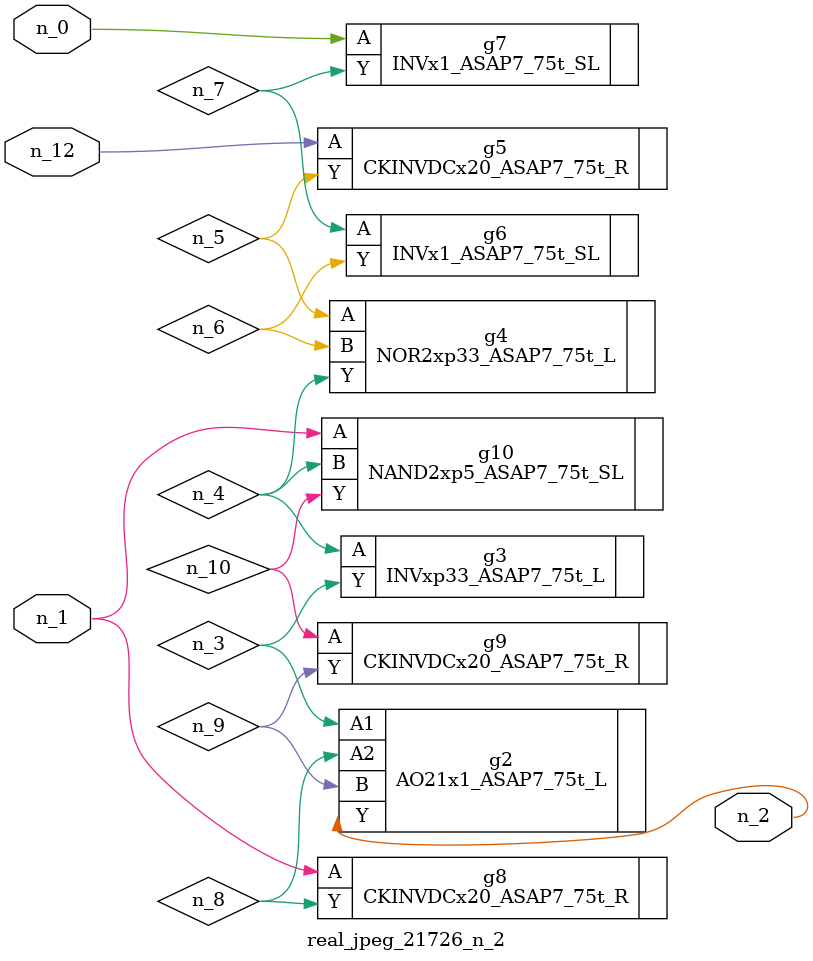
<source format=v>
module real_jpeg_21726_n_2 (n_12, n_1, n_0, n_2);

input n_12;
input n_1;
input n_0;

output n_2;

wire n_5;
wire n_8;
wire n_4;
wire n_6;
wire n_7;
wire n_3;
wire n_10;
wire n_9;

INVx1_ASAP7_75t_SL g7 ( 
.A(n_0),
.Y(n_7)
);

CKINVDCx20_ASAP7_75t_R g8 ( 
.A(n_1),
.Y(n_8)
);

NAND2xp5_ASAP7_75t_SL g10 ( 
.A(n_1),
.B(n_4),
.Y(n_10)
);

AO21x1_ASAP7_75t_L g2 ( 
.A1(n_3),
.A2(n_8),
.B(n_9),
.Y(n_2)
);

INVxp33_ASAP7_75t_L g3 ( 
.A(n_4),
.Y(n_3)
);

NOR2xp33_ASAP7_75t_L g4 ( 
.A(n_5),
.B(n_6),
.Y(n_4)
);

INVx1_ASAP7_75t_SL g6 ( 
.A(n_7),
.Y(n_6)
);

CKINVDCx20_ASAP7_75t_R g9 ( 
.A(n_10),
.Y(n_9)
);

CKINVDCx20_ASAP7_75t_R g5 ( 
.A(n_12),
.Y(n_5)
);


endmodule
</source>
